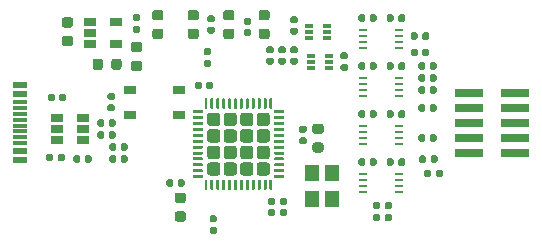
<source format=gbr>
%TF.GenerationSoftware,KiCad,Pcbnew,(5.1.6-rc1)*%
%TF.CreationDate,2020-08-04T22:03:52+02:00*%
%TF.ProjectId,bmp22,626d7032-322e-46b6-9963-61645f706362,rev?*%
%TF.SameCoordinates,Original*%
%TF.FileFunction,Paste,Top*%
%TF.FilePolarity,Positive*%
%FSLAX46Y46*%
G04 Gerber Fmt 4.6, Leading zero omitted, Abs format (unit mm)*
G04 Created by KiCad (PCBNEW (5.1.6-rc1)) date 2020-08-04 22:03:52*
%MOMM*%
%LPD*%
G01*
G04 APERTURE LIST*
%ADD10R,1.050000X0.650000*%
%ADD11R,1.200000X1.400000*%
%ADD12R,1.060000X0.650000*%
%ADD13R,0.750000X0.250000*%
%ADD14R,0.700000X0.400000*%
%ADD15R,1.160000X0.600000*%
%ADD16R,1.160000X0.300000*%
%ADD17R,2.400000X0.740000*%
G04 APERTURE END LIST*
D10*
%TO.C,SW301*%
X135339000Y-127195000D03*
X139489000Y-127195000D03*
X135339000Y-129345000D03*
X139489000Y-129345000D03*
%TD*%
D11*
%TO.C,Y301*%
X150788000Y-136482000D03*
X150788000Y-134282000D03*
X152488000Y-134282000D03*
X152488000Y-136482000D03*
%TD*%
%TO.C,U302*%
G36*
G01*
X142991000Y-129411000D02*
X142991000Y-130041000D01*
G75*
G02*
X142741000Y-130291000I-250000J0D01*
G01*
X142111000Y-130291000D01*
G75*
G02*
X141861000Y-130041000I0J250000D01*
G01*
X141861000Y-129411000D01*
G75*
G02*
X142111000Y-129161000I250000J0D01*
G01*
X142741000Y-129161000D01*
G75*
G02*
X142991000Y-129411000I0J-250000D01*
G01*
G37*
G36*
G01*
X142991000Y-130811000D02*
X142991000Y-131441000D01*
G75*
G02*
X142741000Y-131691000I-250000J0D01*
G01*
X142111000Y-131691000D01*
G75*
G02*
X141861000Y-131441000I0J250000D01*
G01*
X141861000Y-130811000D01*
G75*
G02*
X142111000Y-130561000I250000J0D01*
G01*
X142741000Y-130561000D01*
G75*
G02*
X142991000Y-130811000I0J-250000D01*
G01*
G37*
G36*
G01*
X142991000Y-132211000D02*
X142991000Y-132841000D01*
G75*
G02*
X142741000Y-133091000I-250000J0D01*
G01*
X142111000Y-133091000D01*
G75*
G02*
X141861000Y-132841000I0J250000D01*
G01*
X141861000Y-132211000D01*
G75*
G02*
X142111000Y-131961000I250000J0D01*
G01*
X142741000Y-131961000D01*
G75*
G02*
X142991000Y-132211000I0J-250000D01*
G01*
G37*
G36*
G01*
X142991000Y-133611000D02*
X142991000Y-134241000D01*
G75*
G02*
X142741000Y-134491000I-250000J0D01*
G01*
X142111000Y-134491000D01*
G75*
G02*
X141861000Y-134241000I0J250000D01*
G01*
X141861000Y-133611000D01*
G75*
G02*
X142111000Y-133361000I250000J0D01*
G01*
X142741000Y-133361000D01*
G75*
G02*
X142991000Y-133611000I0J-250000D01*
G01*
G37*
G36*
G01*
X144391000Y-129411000D02*
X144391000Y-130041000D01*
G75*
G02*
X144141000Y-130291000I-250000J0D01*
G01*
X143511000Y-130291000D01*
G75*
G02*
X143261000Y-130041000I0J250000D01*
G01*
X143261000Y-129411000D01*
G75*
G02*
X143511000Y-129161000I250000J0D01*
G01*
X144141000Y-129161000D01*
G75*
G02*
X144391000Y-129411000I0J-250000D01*
G01*
G37*
G36*
G01*
X144391000Y-130811000D02*
X144391000Y-131441000D01*
G75*
G02*
X144141000Y-131691000I-250000J0D01*
G01*
X143511000Y-131691000D01*
G75*
G02*
X143261000Y-131441000I0J250000D01*
G01*
X143261000Y-130811000D01*
G75*
G02*
X143511000Y-130561000I250000J0D01*
G01*
X144141000Y-130561000D01*
G75*
G02*
X144391000Y-130811000I0J-250000D01*
G01*
G37*
G36*
G01*
X144391000Y-132211000D02*
X144391000Y-132841000D01*
G75*
G02*
X144141000Y-133091000I-250000J0D01*
G01*
X143511000Y-133091000D01*
G75*
G02*
X143261000Y-132841000I0J250000D01*
G01*
X143261000Y-132211000D01*
G75*
G02*
X143511000Y-131961000I250000J0D01*
G01*
X144141000Y-131961000D01*
G75*
G02*
X144391000Y-132211000I0J-250000D01*
G01*
G37*
G36*
G01*
X144391000Y-133611000D02*
X144391000Y-134241000D01*
G75*
G02*
X144141000Y-134491000I-250000J0D01*
G01*
X143511000Y-134491000D01*
G75*
G02*
X143261000Y-134241000I0J250000D01*
G01*
X143261000Y-133611000D01*
G75*
G02*
X143511000Y-133361000I250000J0D01*
G01*
X144141000Y-133361000D01*
G75*
G02*
X144391000Y-133611000I0J-250000D01*
G01*
G37*
G36*
G01*
X145791000Y-129411000D02*
X145791000Y-130041000D01*
G75*
G02*
X145541000Y-130291000I-250000J0D01*
G01*
X144911000Y-130291000D01*
G75*
G02*
X144661000Y-130041000I0J250000D01*
G01*
X144661000Y-129411000D01*
G75*
G02*
X144911000Y-129161000I250000J0D01*
G01*
X145541000Y-129161000D01*
G75*
G02*
X145791000Y-129411000I0J-250000D01*
G01*
G37*
G36*
G01*
X145791000Y-130811000D02*
X145791000Y-131441000D01*
G75*
G02*
X145541000Y-131691000I-250000J0D01*
G01*
X144911000Y-131691000D01*
G75*
G02*
X144661000Y-131441000I0J250000D01*
G01*
X144661000Y-130811000D01*
G75*
G02*
X144911000Y-130561000I250000J0D01*
G01*
X145541000Y-130561000D01*
G75*
G02*
X145791000Y-130811000I0J-250000D01*
G01*
G37*
G36*
G01*
X145791000Y-132211000D02*
X145791000Y-132841000D01*
G75*
G02*
X145541000Y-133091000I-250000J0D01*
G01*
X144911000Y-133091000D01*
G75*
G02*
X144661000Y-132841000I0J250000D01*
G01*
X144661000Y-132211000D01*
G75*
G02*
X144911000Y-131961000I250000J0D01*
G01*
X145541000Y-131961000D01*
G75*
G02*
X145791000Y-132211000I0J-250000D01*
G01*
G37*
G36*
G01*
X145791000Y-133611000D02*
X145791000Y-134241000D01*
G75*
G02*
X145541000Y-134491000I-250000J0D01*
G01*
X144911000Y-134491000D01*
G75*
G02*
X144661000Y-134241000I0J250000D01*
G01*
X144661000Y-133611000D01*
G75*
G02*
X144911000Y-133361000I250000J0D01*
G01*
X145541000Y-133361000D01*
G75*
G02*
X145791000Y-133611000I0J-250000D01*
G01*
G37*
G36*
G01*
X147191000Y-129411000D02*
X147191000Y-130041000D01*
G75*
G02*
X146941000Y-130291000I-250000J0D01*
G01*
X146311000Y-130291000D01*
G75*
G02*
X146061000Y-130041000I0J250000D01*
G01*
X146061000Y-129411000D01*
G75*
G02*
X146311000Y-129161000I250000J0D01*
G01*
X146941000Y-129161000D01*
G75*
G02*
X147191000Y-129411000I0J-250000D01*
G01*
G37*
G36*
G01*
X147191000Y-130811000D02*
X147191000Y-131441000D01*
G75*
G02*
X146941000Y-131691000I-250000J0D01*
G01*
X146311000Y-131691000D01*
G75*
G02*
X146061000Y-131441000I0J250000D01*
G01*
X146061000Y-130811000D01*
G75*
G02*
X146311000Y-130561000I250000J0D01*
G01*
X146941000Y-130561000D01*
G75*
G02*
X147191000Y-130811000I0J-250000D01*
G01*
G37*
G36*
G01*
X147191000Y-132211000D02*
X147191000Y-132841000D01*
G75*
G02*
X146941000Y-133091000I-250000J0D01*
G01*
X146311000Y-133091000D01*
G75*
G02*
X146061000Y-132841000I0J250000D01*
G01*
X146061000Y-132211000D01*
G75*
G02*
X146311000Y-131961000I250000J0D01*
G01*
X146941000Y-131961000D01*
G75*
G02*
X147191000Y-132211000I0J-250000D01*
G01*
G37*
G36*
G01*
X147191000Y-133611000D02*
X147191000Y-134241000D01*
G75*
G02*
X146941000Y-134491000I-250000J0D01*
G01*
X146311000Y-134491000D01*
G75*
G02*
X146061000Y-134241000I0J250000D01*
G01*
X146061000Y-133611000D01*
G75*
G02*
X146311000Y-133361000I250000J0D01*
G01*
X146941000Y-133361000D01*
G75*
G02*
X147191000Y-133611000I0J-250000D01*
G01*
G37*
G36*
G01*
X147401000Y-134888500D02*
X147401000Y-135638500D01*
G75*
G02*
X147338500Y-135701000I-62500J0D01*
G01*
X147213500Y-135701000D01*
G75*
G02*
X147151000Y-135638500I0J62500D01*
G01*
X147151000Y-134888500D01*
G75*
G02*
X147213500Y-134826000I62500J0D01*
G01*
X147338500Y-134826000D01*
G75*
G02*
X147401000Y-134888500I0J-62500D01*
G01*
G37*
G36*
G01*
X146901000Y-134888500D02*
X146901000Y-135638500D01*
G75*
G02*
X146838500Y-135701000I-62500J0D01*
G01*
X146713500Y-135701000D01*
G75*
G02*
X146651000Y-135638500I0J62500D01*
G01*
X146651000Y-134888500D01*
G75*
G02*
X146713500Y-134826000I62500J0D01*
G01*
X146838500Y-134826000D01*
G75*
G02*
X146901000Y-134888500I0J-62500D01*
G01*
G37*
G36*
G01*
X146401000Y-134888500D02*
X146401000Y-135638500D01*
G75*
G02*
X146338500Y-135701000I-62500J0D01*
G01*
X146213500Y-135701000D01*
G75*
G02*
X146151000Y-135638500I0J62500D01*
G01*
X146151000Y-134888500D01*
G75*
G02*
X146213500Y-134826000I62500J0D01*
G01*
X146338500Y-134826000D01*
G75*
G02*
X146401000Y-134888500I0J-62500D01*
G01*
G37*
G36*
G01*
X145901000Y-134888500D02*
X145901000Y-135638500D01*
G75*
G02*
X145838500Y-135701000I-62500J0D01*
G01*
X145713500Y-135701000D01*
G75*
G02*
X145651000Y-135638500I0J62500D01*
G01*
X145651000Y-134888500D01*
G75*
G02*
X145713500Y-134826000I62500J0D01*
G01*
X145838500Y-134826000D01*
G75*
G02*
X145901000Y-134888500I0J-62500D01*
G01*
G37*
G36*
G01*
X145401000Y-134888500D02*
X145401000Y-135638500D01*
G75*
G02*
X145338500Y-135701000I-62500J0D01*
G01*
X145213500Y-135701000D01*
G75*
G02*
X145151000Y-135638500I0J62500D01*
G01*
X145151000Y-134888500D01*
G75*
G02*
X145213500Y-134826000I62500J0D01*
G01*
X145338500Y-134826000D01*
G75*
G02*
X145401000Y-134888500I0J-62500D01*
G01*
G37*
G36*
G01*
X144901000Y-134888500D02*
X144901000Y-135638500D01*
G75*
G02*
X144838500Y-135701000I-62500J0D01*
G01*
X144713500Y-135701000D01*
G75*
G02*
X144651000Y-135638500I0J62500D01*
G01*
X144651000Y-134888500D01*
G75*
G02*
X144713500Y-134826000I62500J0D01*
G01*
X144838500Y-134826000D01*
G75*
G02*
X144901000Y-134888500I0J-62500D01*
G01*
G37*
G36*
G01*
X144401000Y-134888500D02*
X144401000Y-135638500D01*
G75*
G02*
X144338500Y-135701000I-62500J0D01*
G01*
X144213500Y-135701000D01*
G75*
G02*
X144151000Y-135638500I0J62500D01*
G01*
X144151000Y-134888500D01*
G75*
G02*
X144213500Y-134826000I62500J0D01*
G01*
X144338500Y-134826000D01*
G75*
G02*
X144401000Y-134888500I0J-62500D01*
G01*
G37*
G36*
G01*
X143901000Y-134888500D02*
X143901000Y-135638500D01*
G75*
G02*
X143838500Y-135701000I-62500J0D01*
G01*
X143713500Y-135701000D01*
G75*
G02*
X143651000Y-135638500I0J62500D01*
G01*
X143651000Y-134888500D01*
G75*
G02*
X143713500Y-134826000I62500J0D01*
G01*
X143838500Y-134826000D01*
G75*
G02*
X143901000Y-134888500I0J-62500D01*
G01*
G37*
G36*
G01*
X143401000Y-134888500D02*
X143401000Y-135638500D01*
G75*
G02*
X143338500Y-135701000I-62500J0D01*
G01*
X143213500Y-135701000D01*
G75*
G02*
X143151000Y-135638500I0J62500D01*
G01*
X143151000Y-134888500D01*
G75*
G02*
X143213500Y-134826000I62500J0D01*
G01*
X143338500Y-134826000D01*
G75*
G02*
X143401000Y-134888500I0J-62500D01*
G01*
G37*
G36*
G01*
X142901000Y-134888500D02*
X142901000Y-135638500D01*
G75*
G02*
X142838500Y-135701000I-62500J0D01*
G01*
X142713500Y-135701000D01*
G75*
G02*
X142651000Y-135638500I0J62500D01*
G01*
X142651000Y-134888500D01*
G75*
G02*
X142713500Y-134826000I62500J0D01*
G01*
X142838500Y-134826000D01*
G75*
G02*
X142901000Y-134888500I0J-62500D01*
G01*
G37*
G36*
G01*
X142401000Y-134888500D02*
X142401000Y-135638500D01*
G75*
G02*
X142338500Y-135701000I-62500J0D01*
G01*
X142213500Y-135701000D01*
G75*
G02*
X142151000Y-135638500I0J62500D01*
G01*
X142151000Y-134888500D01*
G75*
G02*
X142213500Y-134826000I62500J0D01*
G01*
X142338500Y-134826000D01*
G75*
G02*
X142401000Y-134888500I0J-62500D01*
G01*
G37*
G36*
G01*
X141901000Y-134888500D02*
X141901000Y-135638500D01*
G75*
G02*
X141838500Y-135701000I-62500J0D01*
G01*
X141713500Y-135701000D01*
G75*
G02*
X141651000Y-135638500I0J62500D01*
G01*
X141651000Y-134888500D01*
G75*
G02*
X141713500Y-134826000I62500J0D01*
G01*
X141838500Y-134826000D01*
G75*
G02*
X141901000Y-134888500I0J-62500D01*
G01*
G37*
G36*
G01*
X141526000Y-134513500D02*
X141526000Y-134638500D01*
G75*
G02*
X141463500Y-134701000I-62500J0D01*
G01*
X140713500Y-134701000D01*
G75*
G02*
X140651000Y-134638500I0J62500D01*
G01*
X140651000Y-134513500D01*
G75*
G02*
X140713500Y-134451000I62500J0D01*
G01*
X141463500Y-134451000D01*
G75*
G02*
X141526000Y-134513500I0J-62500D01*
G01*
G37*
G36*
G01*
X141526000Y-134013500D02*
X141526000Y-134138500D01*
G75*
G02*
X141463500Y-134201000I-62500J0D01*
G01*
X140713500Y-134201000D01*
G75*
G02*
X140651000Y-134138500I0J62500D01*
G01*
X140651000Y-134013500D01*
G75*
G02*
X140713500Y-133951000I62500J0D01*
G01*
X141463500Y-133951000D01*
G75*
G02*
X141526000Y-134013500I0J-62500D01*
G01*
G37*
G36*
G01*
X141526000Y-133513500D02*
X141526000Y-133638500D01*
G75*
G02*
X141463500Y-133701000I-62500J0D01*
G01*
X140713500Y-133701000D01*
G75*
G02*
X140651000Y-133638500I0J62500D01*
G01*
X140651000Y-133513500D01*
G75*
G02*
X140713500Y-133451000I62500J0D01*
G01*
X141463500Y-133451000D01*
G75*
G02*
X141526000Y-133513500I0J-62500D01*
G01*
G37*
G36*
G01*
X141526000Y-133013500D02*
X141526000Y-133138500D01*
G75*
G02*
X141463500Y-133201000I-62500J0D01*
G01*
X140713500Y-133201000D01*
G75*
G02*
X140651000Y-133138500I0J62500D01*
G01*
X140651000Y-133013500D01*
G75*
G02*
X140713500Y-132951000I62500J0D01*
G01*
X141463500Y-132951000D01*
G75*
G02*
X141526000Y-133013500I0J-62500D01*
G01*
G37*
G36*
G01*
X141526000Y-132513500D02*
X141526000Y-132638500D01*
G75*
G02*
X141463500Y-132701000I-62500J0D01*
G01*
X140713500Y-132701000D01*
G75*
G02*
X140651000Y-132638500I0J62500D01*
G01*
X140651000Y-132513500D01*
G75*
G02*
X140713500Y-132451000I62500J0D01*
G01*
X141463500Y-132451000D01*
G75*
G02*
X141526000Y-132513500I0J-62500D01*
G01*
G37*
G36*
G01*
X141526000Y-132013500D02*
X141526000Y-132138500D01*
G75*
G02*
X141463500Y-132201000I-62500J0D01*
G01*
X140713500Y-132201000D01*
G75*
G02*
X140651000Y-132138500I0J62500D01*
G01*
X140651000Y-132013500D01*
G75*
G02*
X140713500Y-131951000I62500J0D01*
G01*
X141463500Y-131951000D01*
G75*
G02*
X141526000Y-132013500I0J-62500D01*
G01*
G37*
G36*
G01*
X141526000Y-131513500D02*
X141526000Y-131638500D01*
G75*
G02*
X141463500Y-131701000I-62500J0D01*
G01*
X140713500Y-131701000D01*
G75*
G02*
X140651000Y-131638500I0J62500D01*
G01*
X140651000Y-131513500D01*
G75*
G02*
X140713500Y-131451000I62500J0D01*
G01*
X141463500Y-131451000D01*
G75*
G02*
X141526000Y-131513500I0J-62500D01*
G01*
G37*
G36*
G01*
X141526000Y-131013500D02*
X141526000Y-131138500D01*
G75*
G02*
X141463500Y-131201000I-62500J0D01*
G01*
X140713500Y-131201000D01*
G75*
G02*
X140651000Y-131138500I0J62500D01*
G01*
X140651000Y-131013500D01*
G75*
G02*
X140713500Y-130951000I62500J0D01*
G01*
X141463500Y-130951000D01*
G75*
G02*
X141526000Y-131013500I0J-62500D01*
G01*
G37*
G36*
G01*
X141526000Y-130513500D02*
X141526000Y-130638500D01*
G75*
G02*
X141463500Y-130701000I-62500J0D01*
G01*
X140713500Y-130701000D01*
G75*
G02*
X140651000Y-130638500I0J62500D01*
G01*
X140651000Y-130513500D01*
G75*
G02*
X140713500Y-130451000I62500J0D01*
G01*
X141463500Y-130451000D01*
G75*
G02*
X141526000Y-130513500I0J-62500D01*
G01*
G37*
G36*
G01*
X141526000Y-130013500D02*
X141526000Y-130138500D01*
G75*
G02*
X141463500Y-130201000I-62500J0D01*
G01*
X140713500Y-130201000D01*
G75*
G02*
X140651000Y-130138500I0J62500D01*
G01*
X140651000Y-130013500D01*
G75*
G02*
X140713500Y-129951000I62500J0D01*
G01*
X141463500Y-129951000D01*
G75*
G02*
X141526000Y-130013500I0J-62500D01*
G01*
G37*
G36*
G01*
X141526000Y-129513500D02*
X141526000Y-129638500D01*
G75*
G02*
X141463500Y-129701000I-62500J0D01*
G01*
X140713500Y-129701000D01*
G75*
G02*
X140651000Y-129638500I0J62500D01*
G01*
X140651000Y-129513500D01*
G75*
G02*
X140713500Y-129451000I62500J0D01*
G01*
X141463500Y-129451000D01*
G75*
G02*
X141526000Y-129513500I0J-62500D01*
G01*
G37*
G36*
G01*
X141526000Y-129013500D02*
X141526000Y-129138500D01*
G75*
G02*
X141463500Y-129201000I-62500J0D01*
G01*
X140713500Y-129201000D01*
G75*
G02*
X140651000Y-129138500I0J62500D01*
G01*
X140651000Y-129013500D01*
G75*
G02*
X140713500Y-128951000I62500J0D01*
G01*
X141463500Y-128951000D01*
G75*
G02*
X141526000Y-129013500I0J-62500D01*
G01*
G37*
G36*
G01*
X141901000Y-128013500D02*
X141901000Y-128763500D01*
G75*
G02*
X141838500Y-128826000I-62500J0D01*
G01*
X141713500Y-128826000D01*
G75*
G02*
X141651000Y-128763500I0J62500D01*
G01*
X141651000Y-128013500D01*
G75*
G02*
X141713500Y-127951000I62500J0D01*
G01*
X141838500Y-127951000D01*
G75*
G02*
X141901000Y-128013500I0J-62500D01*
G01*
G37*
G36*
G01*
X142401000Y-128013500D02*
X142401000Y-128763500D01*
G75*
G02*
X142338500Y-128826000I-62500J0D01*
G01*
X142213500Y-128826000D01*
G75*
G02*
X142151000Y-128763500I0J62500D01*
G01*
X142151000Y-128013500D01*
G75*
G02*
X142213500Y-127951000I62500J0D01*
G01*
X142338500Y-127951000D01*
G75*
G02*
X142401000Y-128013500I0J-62500D01*
G01*
G37*
G36*
G01*
X142901000Y-128013500D02*
X142901000Y-128763500D01*
G75*
G02*
X142838500Y-128826000I-62500J0D01*
G01*
X142713500Y-128826000D01*
G75*
G02*
X142651000Y-128763500I0J62500D01*
G01*
X142651000Y-128013500D01*
G75*
G02*
X142713500Y-127951000I62500J0D01*
G01*
X142838500Y-127951000D01*
G75*
G02*
X142901000Y-128013500I0J-62500D01*
G01*
G37*
G36*
G01*
X143401000Y-128013500D02*
X143401000Y-128763500D01*
G75*
G02*
X143338500Y-128826000I-62500J0D01*
G01*
X143213500Y-128826000D01*
G75*
G02*
X143151000Y-128763500I0J62500D01*
G01*
X143151000Y-128013500D01*
G75*
G02*
X143213500Y-127951000I62500J0D01*
G01*
X143338500Y-127951000D01*
G75*
G02*
X143401000Y-128013500I0J-62500D01*
G01*
G37*
G36*
G01*
X143901000Y-128013500D02*
X143901000Y-128763500D01*
G75*
G02*
X143838500Y-128826000I-62500J0D01*
G01*
X143713500Y-128826000D01*
G75*
G02*
X143651000Y-128763500I0J62500D01*
G01*
X143651000Y-128013500D01*
G75*
G02*
X143713500Y-127951000I62500J0D01*
G01*
X143838500Y-127951000D01*
G75*
G02*
X143901000Y-128013500I0J-62500D01*
G01*
G37*
G36*
G01*
X144401000Y-128013500D02*
X144401000Y-128763500D01*
G75*
G02*
X144338500Y-128826000I-62500J0D01*
G01*
X144213500Y-128826000D01*
G75*
G02*
X144151000Y-128763500I0J62500D01*
G01*
X144151000Y-128013500D01*
G75*
G02*
X144213500Y-127951000I62500J0D01*
G01*
X144338500Y-127951000D01*
G75*
G02*
X144401000Y-128013500I0J-62500D01*
G01*
G37*
G36*
G01*
X144901000Y-128013500D02*
X144901000Y-128763500D01*
G75*
G02*
X144838500Y-128826000I-62500J0D01*
G01*
X144713500Y-128826000D01*
G75*
G02*
X144651000Y-128763500I0J62500D01*
G01*
X144651000Y-128013500D01*
G75*
G02*
X144713500Y-127951000I62500J0D01*
G01*
X144838500Y-127951000D01*
G75*
G02*
X144901000Y-128013500I0J-62500D01*
G01*
G37*
G36*
G01*
X145401000Y-128013500D02*
X145401000Y-128763500D01*
G75*
G02*
X145338500Y-128826000I-62500J0D01*
G01*
X145213500Y-128826000D01*
G75*
G02*
X145151000Y-128763500I0J62500D01*
G01*
X145151000Y-128013500D01*
G75*
G02*
X145213500Y-127951000I62500J0D01*
G01*
X145338500Y-127951000D01*
G75*
G02*
X145401000Y-128013500I0J-62500D01*
G01*
G37*
G36*
G01*
X145901000Y-128013500D02*
X145901000Y-128763500D01*
G75*
G02*
X145838500Y-128826000I-62500J0D01*
G01*
X145713500Y-128826000D01*
G75*
G02*
X145651000Y-128763500I0J62500D01*
G01*
X145651000Y-128013500D01*
G75*
G02*
X145713500Y-127951000I62500J0D01*
G01*
X145838500Y-127951000D01*
G75*
G02*
X145901000Y-128013500I0J-62500D01*
G01*
G37*
G36*
G01*
X146401000Y-128013500D02*
X146401000Y-128763500D01*
G75*
G02*
X146338500Y-128826000I-62500J0D01*
G01*
X146213500Y-128826000D01*
G75*
G02*
X146151000Y-128763500I0J62500D01*
G01*
X146151000Y-128013500D01*
G75*
G02*
X146213500Y-127951000I62500J0D01*
G01*
X146338500Y-127951000D01*
G75*
G02*
X146401000Y-128013500I0J-62500D01*
G01*
G37*
G36*
G01*
X146901000Y-128013500D02*
X146901000Y-128763500D01*
G75*
G02*
X146838500Y-128826000I-62500J0D01*
G01*
X146713500Y-128826000D01*
G75*
G02*
X146651000Y-128763500I0J62500D01*
G01*
X146651000Y-128013500D01*
G75*
G02*
X146713500Y-127951000I62500J0D01*
G01*
X146838500Y-127951000D01*
G75*
G02*
X146901000Y-128013500I0J-62500D01*
G01*
G37*
G36*
G01*
X147401000Y-128013500D02*
X147401000Y-128763500D01*
G75*
G02*
X147338500Y-128826000I-62500J0D01*
G01*
X147213500Y-128826000D01*
G75*
G02*
X147151000Y-128763500I0J62500D01*
G01*
X147151000Y-128013500D01*
G75*
G02*
X147213500Y-127951000I62500J0D01*
G01*
X147338500Y-127951000D01*
G75*
G02*
X147401000Y-128013500I0J-62500D01*
G01*
G37*
G36*
G01*
X148401000Y-129013500D02*
X148401000Y-129138500D01*
G75*
G02*
X148338500Y-129201000I-62500J0D01*
G01*
X147588500Y-129201000D01*
G75*
G02*
X147526000Y-129138500I0J62500D01*
G01*
X147526000Y-129013500D01*
G75*
G02*
X147588500Y-128951000I62500J0D01*
G01*
X148338500Y-128951000D01*
G75*
G02*
X148401000Y-129013500I0J-62500D01*
G01*
G37*
G36*
G01*
X148401000Y-129513500D02*
X148401000Y-129638500D01*
G75*
G02*
X148338500Y-129701000I-62500J0D01*
G01*
X147588500Y-129701000D01*
G75*
G02*
X147526000Y-129638500I0J62500D01*
G01*
X147526000Y-129513500D01*
G75*
G02*
X147588500Y-129451000I62500J0D01*
G01*
X148338500Y-129451000D01*
G75*
G02*
X148401000Y-129513500I0J-62500D01*
G01*
G37*
G36*
G01*
X148401000Y-130013500D02*
X148401000Y-130138500D01*
G75*
G02*
X148338500Y-130201000I-62500J0D01*
G01*
X147588500Y-130201000D01*
G75*
G02*
X147526000Y-130138500I0J62500D01*
G01*
X147526000Y-130013500D01*
G75*
G02*
X147588500Y-129951000I62500J0D01*
G01*
X148338500Y-129951000D01*
G75*
G02*
X148401000Y-130013500I0J-62500D01*
G01*
G37*
G36*
G01*
X148401000Y-130513500D02*
X148401000Y-130638500D01*
G75*
G02*
X148338500Y-130701000I-62500J0D01*
G01*
X147588500Y-130701000D01*
G75*
G02*
X147526000Y-130638500I0J62500D01*
G01*
X147526000Y-130513500D01*
G75*
G02*
X147588500Y-130451000I62500J0D01*
G01*
X148338500Y-130451000D01*
G75*
G02*
X148401000Y-130513500I0J-62500D01*
G01*
G37*
G36*
G01*
X148401000Y-131013500D02*
X148401000Y-131138500D01*
G75*
G02*
X148338500Y-131201000I-62500J0D01*
G01*
X147588500Y-131201000D01*
G75*
G02*
X147526000Y-131138500I0J62500D01*
G01*
X147526000Y-131013500D01*
G75*
G02*
X147588500Y-130951000I62500J0D01*
G01*
X148338500Y-130951000D01*
G75*
G02*
X148401000Y-131013500I0J-62500D01*
G01*
G37*
G36*
G01*
X148401000Y-131513500D02*
X148401000Y-131638500D01*
G75*
G02*
X148338500Y-131701000I-62500J0D01*
G01*
X147588500Y-131701000D01*
G75*
G02*
X147526000Y-131638500I0J62500D01*
G01*
X147526000Y-131513500D01*
G75*
G02*
X147588500Y-131451000I62500J0D01*
G01*
X148338500Y-131451000D01*
G75*
G02*
X148401000Y-131513500I0J-62500D01*
G01*
G37*
G36*
G01*
X148401000Y-132013500D02*
X148401000Y-132138500D01*
G75*
G02*
X148338500Y-132201000I-62500J0D01*
G01*
X147588500Y-132201000D01*
G75*
G02*
X147526000Y-132138500I0J62500D01*
G01*
X147526000Y-132013500D01*
G75*
G02*
X147588500Y-131951000I62500J0D01*
G01*
X148338500Y-131951000D01*
G75*
G02*
X148401000Y-132013500I0J-62500D01*
G01*
G37*
G36*
G01*
X148401000Y-132513500D02*
X148401000Y-132638500D01*
G75*
G02*
X148338500Y-132701000I-62500J0D01*
G01*
X147588500Y-132701000D01*
G75*
G02*
X147526000Y-132638500I0J62500D01*
G01*
X147526000Y-132513500D01*
G75*
G02*
X147588500Y-132451000I62500J0D01*
G01*
X148338500Y-132451000D01*
G75*
G02*
X148401000Y-132513500I0J-62500D01*
G01*
G37*
G36*
G01*
X148401000Y-133013500D02*
X148401000Y-133138500D01*
G75*
G02*
X148338500Y-133201000I-62500J0D01*
G01*
X147588500Y-133201000D01*
G75*
G02*
X147526000Y-133138500I0J62500D01*
G01*
X147526000Y-133013500D01*
G75*
G02*
X147588500Y-132951000I62500J0D01*
G01*
X148338500Y-132951000D01*
G75*
G02*
X148401000Y-133013500I0J-62500D01*
G01*
G37*
G36*
G01*
X148401000Y-133513500D02*
X148401000Y-133638500D01*
G75*
G02*
X148338500Y-133701000I-62500J0D01*
G01*
X147588500Y-133701000D01*
G75*
G02*
X147526000Y-133638500I0J62500D01*
G01*
X147526000Y-133513500D01*
G75*
G02*
X147588500Y-133451000I62500J0D01*
G01*
X148338500Y-133451000D01*
G75*
G02*
X148401000Y-133513500I0J-62500D01*
G01*
G37*
G36*
G01*
X148401000Y-134013500D02*
X148401000Y-134138500D01*
G75*
G02*
X148338500Y-134201000I-62500J0D01*
G01*
X147588500Y-134201000D01*
G75*
G02*
X147526000Y-134138500I0J62500D01*
G01*
X147526000Y-134013500D01*
G75*
G02*
X147588500Y-133951000I62500J0D01*
G01*
X148338500Y-133951000D01*
G75*
G02*
X148401000Y-134013500I0J-62500D01*
G01*
G37*
G36*
G01*
X148401000Y-134513500D02*
X148401000Y-134638500D01*
G75*
G02*
X148338500Y-134701000I-62500J0D01*
G01*
X147588500Y-134701000D01*
G75*
G02*
X147526000Y-134638500I0J62500D01*
G01*
X147526000Y-134513500D01*
G75*
G02*
X147588500Y-134451000I62500J0D01*
G01*
X148338500Y-134451000D01*
G75*
G02*
X148401000Y-134513500I0J-62500D01*
G01*
G37*
%TD*%
D12*
%TO.C,U301*%
X129202000Y-130556000D03*
X129202000Y-131506000D03*
X129202000Y-129606000D03*
X131402000Y-129606000D03*
X131402000Y-130556000D03*
X131402000Y-131506000D03*
%TD*%
D13*
%TO.C,U204*%
X158141000Y-130314000D03*
X158141000Y-130814000D03*
X158141000Y-131314000D03*
X158141000Y-131814000D03*
X155041000Y-131814000D03*
X155041000Y-131314000D03*
X155041000Y-130814000D03*
X155041000Y-130314000D03*
%TD*%
%TO.C,U203*%
X158141000Y-134378000D03*
X158141000Y-134878000D03*
X158141000Y-135378000D03*
X158141000Y-135878000D03*
X155041000Y-135878000D03*
X155041000Y-135378000D03*
X155041000Y-134878000D03*
X155041000Y-134378000D03*
%TD*%
%TO.C,U202*%
X158141000Y-126250000D03*
X158141000Y-126750000D03*
X158141000Y-127250000D03*
X158141000Y-127750000D03*
X155041000Y-127750000D03*
X155041000Y-127250000D03*
X155041000Y-126750000D03*
X155041000Y-126250000D03*
%TD*%
%TO.C,U201*%
X158141000Y-122186000D03*
X158141000Y-122686000D03*
X158141000Y-123186000D03*
X158141000Y-123686000D03*
X155041000Y-123686000D03*
X155041000Y-123186000D03*
X155041000Y-122686000D03*
X155041000Y-122186000D03*
%TD*%
D12*
%TO.C,U101*%
X134196000Y-121478000D03*
X134196000Y-123378000D03*
X131996000Y-123378000D03*
X131996000Y-122428000D03*
X131996000Y-121478000D03*
%TD*%
%TO.C,R314*%
G36*
G01*
X142072500Y-124310000D02*
X141727500Y-124310000D01*
G75*
G02*
X141580000Y-124162500I0J147500D01*
G01*
X141580000Y-123867500D01*
G75*
G02*
X141727500Y-123720000I147500J0D01*
G01*
X142072500Y-123720000D01*
G75*
G02*
X142220000Y-123867500I0J-147500D01*
G01*
X142220000Y-124162500D01*
G75*
G02*
X142072500Y-124310000I-147500J0D01*
G01*
G37*
G36*
G01*
X142072500Y-125280000D02*
X141727500Y-125280000D01*
G75*
G02*
X141580000Y-125132500I0J147500D01*
G01*
X141580000Y-124837500D01*
G75*
G02*
X141727500Y-124690000I147500J0D01*
G01*
X142072500Y-124690000D01*
G75*
G02*
X142220000Y-124837500I0J-147500D01*
G01*
X142220000Y-125132500D01*
G75*
G02*
X142072500Y-125280000I-147500J0D01*
G01*
G37*
%TD*%
%TO.C,R313*%
G36*
G01*
X142372500Y-121510000D02*
X142027500Y-121510000D01*
G75*
G02*
X141880000Y-121362500I0J147500D01*
G01*
X141880000Y-121067500D01*
G75*
G02*
X142027500Y-120920000I147500J0D01*
G01*
X142372500Y-120920000D01*
G75*
G02*
X142520000Y-121067500I0J-147500D01*
G01*
X142520000Y-121362500D01*
G75*
G02*
X142372500Y-121510000I-147500J0D01*
G01*
G37*
G36*
G01*
X142372500Y-122480000D02*
X142027500Y-122480000D01*
G75*
G02*
X141880000Y-122332500I0J147500D01*
G01*
X141880000Y-122037500D01*
G75*
G02*
X142027500Y-121890000I147500J0D01*
G01*
X142372500Y-121890000D01*
G75*
G02*
X142520000Y-122037500I0J-147500D01*
G01*
X142520000Y-122332500D01*
G75*
G02*
X142372500Y-122480000I-147500J0D01*
G01*
G37*
%TD*%
%TO.C,R312*%
G36*
G01*
X145472500Y-121710000D02*
X145127500Y-121710000D01*
G75*
G02*
X144980000Y-121562500I0J147500D01*
G01*
X144980000Y-121267500D01*
G75*
G02*
X145127500Y-121120000I147500J0D01*
G01*
X145472500Y-121120000D01*
G75*
G02*
X145620000Y-121267500I0J-147500D01*
G01*
X145620000Y-121562500D01*
G75*
G02*
X145472500Y-121710000I-147500J0D01*
G01*
G37*
G36*
G01*
X145472500Y-122680000D02*
X145127500Y-122680000D01*
G75*
G02*
X144980000Y-122532500I0J147500D01*
G01*
X144980000Y-122237500D01*
G75*
G02*
X145127500Y-122090000I147500J0D01*
G01*
X145472500Y-122090000D01*
G75*
G02*
X145620000Y-122237500I0J-147500D01*
G01*
X145620000Y-122532500D01*
G75*
G02*
X145472500Y-122680000I-147500J0D01*
G01*
G37*
%TD*%
%TO.C,R311*%
G36*
G01*
X136072500Y-121410000D02*
X135727500Y-121410000D01*
G75*
G02*
X135580000Y-121262500I0J147500D01*
G01*
X135580000Y-120967500D01*
G75*
G02*
X135727500Y-120820000I147500J0D01*
G01*
X136072500Y-120820000D01*
G75*
G02*
X136220000Y-120967500I0J-147500D01*
G01*
X136220000Y-121262500D01*
G75*
G02*
X136072500Y-121410000I-147500J0D01*
G01*
G37*
G36*
G01*
X136072500Y-122380000D02*
X135727500Y-122380000D01*
G75*
G02*
X135580000Y-122232500I0J147500D01*
G01*
X135580000Y-121937500D01*
G75*
G02*
X135727500Y-121790000I147500J0D01*
G01*
X136072500Y-121790000D01*
G75*
G02*
X136220000Y-121937500I0J-147500D01*
G01*
X136220000Y-122232500D01*
G75*
G02*
X136072500Y-122380000I-147500J0D01*
G01*
G37*
%TD*%
%TO.C,R310*%
G36*
G01*
X133583900Y-128460000D02*
X133928900Y-128460000D01*
G75*
G02*
X134076400Y-128607500I0J-147500D01*
G01*
X134076400Y-128902500D01*
G75*
G02*
X133928900Y-129050000I-147500J0D01*
G01*
X133583900Y-129050000D01*
G75*
G02*
X133436400Y-128902500I0J147500D01*
G01*
X133436400Y-128607500D01*
G75*
G02*
X133583900Y-128460000I147500J0D01*
G01*
G37*
G36*
G01*
X133583900Y-127490000D02*
X133928900Y-127490000D01*
G75*
G02*
X134076400Y-127637500I0J-147500D01*
G01*
X134076400Y-127932500D01*
G75*
G02*
X133928900Y-128080000I-147500J0D01*
G01*
X133583900Y-128080000D01*
G75*
G02*
X133436400Y-127932500I0J147500D01*
G01*
X133436400Y-127637500D01*
G75*
G02*
X133583900Y-127490000I147500J0D01*
G01*
G37*
%TD*%
%TO.C,R309*%
G36*
G01*
X134556000Y-132252500D02*
X134556000Y-131907500D01*
G75*
G02*
X134703500Y-131760000I147500J0D01*
G01*
X134998500Y-131760000D01*
G75*
G02*
X135146000Y-131907500I0J-147500D01*
G01*
X135146000Y-132252500D01*
G75*
G02*
X134998500Y-132400000I-147500J0D01*
G01*
X134703500Y-132400000D01*
G75*
G02*
X134556000Y-132252500I0J147500D01*
G01*
G37*
G36*
G01*
X133586000Y-132252500D02*
X133586000Y-131907500D01*
G75*
G02*
X133733500Y-131760000I147500J0D01*
G01*
X134028500Y-131760000D01*
G75*
G02*
X134176000Y-131907500I0J-147500D01*
G01*
X134176000Y-132252500D01*
G75*
G02*
X134028500Y-132400000I-147500J0D01*
G01*
X133733500Y-132400000D01*
G75*
G02*
X133586000Y-132252500I0J147500D01*
G01*
G37*
%TD*%
%TO.C,R308*%
G36*
G01*
X134556000Y-133268500D02*
X134556000Y-132923500D01*
G75*
G02*
X134703500Y-132776000I147500J0D01*
G01*
X134998500Y-132776000D01*
G75*
G02*
X135146000Y-132923500I0J-147500D01*
G01*
X135146000Y-133268500D01*
G75*
G02*
X134998500Y-133416000I-147500J0D01*
G01*
X134703500Y-133416000D01*
G75*
G02*
X134556000Y-133268500I0J147500D01*
G01*
G37*
G36*
G01*
X133586000Y-133268500D02*
X133586000Y-132923500D01*
G75*
G02*
X133733500Y-132776000I147500J0D01*
G01*
X134028500Y-132776000D01*
G75*
G02*
X134176000Y-132923500I0J-147500D01*
G01*
X134176000Y-133268500D01*
G75*
G02*
X134028500Y-133416000I-147500J0D01*
G01*
X133733500Y-133416000D01*
G75*
G02*
X133586000Y-133268500I0J147500D01*
G01*
G37*
%TD*%
%TO.C,R307*%
G36*
G01*
X129349000Y-128061500D02*
X129349000Y-127716500D01*
G75*
G02*
X129496500Y-127569000I147500J0D01*
G01*
X129791500Y-127569000D01*
G75*
G02*
X129939000Y-127716500I0J-147500D01*
G01*
X129939000Y-128061500D01*
G75*
G02*
X129791500Y-128209000I-147500J0D01*
G01*
X129496500Y-128209000D01*
G75*
G02*
X129349000Y-128061500I0J147500D01*
G01*
G37*
G36*
G01*
X128379000Y-128061500D02*
X128379000Y-127716500D01*
G75*
G02*
X128526500Y-127569000I147500J0D01*
G01*
X128821500Y-127569000D01*
G75*
G02*
X128969000Y-127716500I0J-147500D01*
G01*
X128969000Y-128061500D01*
G75*
G02*
X128821500Y-128209000I-147500J0D01*
G01*
X128526500Y-128209000D01*
G75*
G02*
X128379000Y-128061500I0J147500D01*
G01*
G37*
%TD*%
%TO.C,R306*%
G36*
G01*
X129222000Y-133141500D02*
X129222000Y-132796500D01*
G75*
G02*
X129369500Y-132649000I147500J0D01*
G01*
X129664500Y-132649000D01*
G75*
G02*
X129812000Y-132796500I0J-147500D01*
G01*
X129812000Y-133141500D01*
G75*
G02*
X129664500Y-133289000I-147500J0D01*
G01*
X129369500Y-133289000D01*
G75*
G02*
X129222000Y-133141500I0J147500D01*
G01*
G37*
G36*
G01*
X128252000Y-133141500D02*
X128252000Y-132796500D01*
G75*
G02*
X128399500Y-132649000I147500J0D01*
G01*
X128694500Y-132649000D01*
G75*
G02*
X128842000Y-132796500I0J-147500D01*
G01*
X128842000Y-133141500D01*
G75*
G02*
X128694500Y-133289000I-147500J0D01*
G01*
X128399500Y-133289000D01*
G75*
G02*
X128252000Y-133141500I0J147500D01*
G01*
G37*
%TD*%
%TO.C,R305*%
G36*
G01*
X147365500Y-124143000D02*
X147020500Y-124143000D01*
G75*
G02*
X146873000Y-123995500I0J147500D01*
G01*
X146873000Y-123700500D01*
G75*
G02*
X147020500Y-123553000I147500J0D01*
G01*
X147365500Y-123553000D01*
G75*
G02*
X147513000Y-123700500I0J-147500D01*
G01*
X147513000Y-123995500D01*
G75*
G02*
X147365500Y-124143000I-147500J0D01*
G01*
G37*
G36*
G01*
X147365500Y-125113000D02*
X147020500Y-125113000D01*
G75*
G02*
X146873000Y-124965500I0J147500D01*
G01*
X146873000Y-124670500D01*
G75*
G02*
X147020500Y-124523000I147500J0D01*
G01*
X147365500Y-124523000D01*
G75*
G02*
X147513000Y-124670500I0J-147500D01*
G01*
X147513000Y-124965500D01*
G75*
G02*
X147365500Y-125113000I-147500J0D01*
G01*
G37*
%TD*%
%TO.C,R304*%
G36*
G01*
X149052500Y-124523000D02*
X149397500Y-124523000D01*
G75*
G02*
X149545000Y-124670500I0J-147500D01*
G01*
X149545000Y-124965500D01*
G75*
G02*
X149397500Y-125113000I-147500J0D01*
G01*
X149052500Y-125113000D01*
G75*
G02*
X148905000Y-124965500I0J147500D01*
G01*
X148905000Y-124670500D01*
G75*
G02*
X149052500Y-124523000I147500J0D01*
G01*
G37*
G36*
G01*
X149052500Y-123553000D02*
X149397500Y-123553000D01*
G75*
G02*
X149545000Y-123700500I0J-147500D01*
G01*
X149545000Y-123995500D01*
G75*
G02*
X149397500Y-124143000I-147500J0D01*
G01*
X149052500Y-124143000D01*
G75*
G02*
X148905000Y-123995500I0J147500D01*
G01*
X148905000Y-123700500D01*
G75*
G02*
X149052500Y-123553000I147500J0D01*
G01*
G37*
%TD*%
%TO.C,R303*%
G36*
G01*
X133160000Y-129875500D02*
X133160000Y-130220500D01*
G75*
G02*
X133012500Y-130368000I-147500J0D01*
G01*
X132717500Y-130368000D01*
G75*
G02*
X132570000Y-130220500I0J147500D01*
G01*
X132570000Y-129875500D01*
G75*
G02*
X132717500Y-129728000I147500J0D01*
G01*
X133012500Y-129728000D01*
G75*
G02*
X133160000Y-129875500I0J-147500D01*
G01*
G37*
G36*
G01*
X134130000Y-129875500D02*
X134130000Y-130220500D01*
G75*
G02*
X133982500Y-130368000I-147500J0D01*
G01*
X133687500Y-130368000D01*
G75*
G02*
X133540000Y-130220500I0J147500D01*
G01*
X133540000Y-129875500D01*
G75*
G02*
X133687500Y-129728000I147500J0D01*
G01*
X133982500Y-129728000D01*
G75*
G02*
X134130000Y-129875500I0J-147500D01*
G01*
G37*
%TD*%
%TO.C,R302*%
G36*
G01*
X131508000Y-133268500D02*
X131508000Y-132923500D01*
G75*
G02*
X131655500Y-132776000I147500J0D01*
G01*
X131950500Y-132776000D01*
G75*
G02*
X132098000Y-132923500I0J-147500D01*
G01*
X132098000Y-133268500D01*
G75*
G02*
X131950500Y-133416000I-147500J0D01*
G01*
X131655500Y-133416000D01*
G75*
G02*
X131508000Y-133268500I0J147500D01*
G01*
G37*
G36*
G01*
X130538000Y-133268500D02*
X130538000Y-132923500D01*
G75*
G02*
X130685500Y-132776000I147500J0D01*
G01*
X130980500Y-132776000D01*
G75*
G02*
X131128000Y-132923500I0J-147500D01*
G01*
X131128000Y-133268500D01*
G75*
G02*
X130980500Y-133416000I-147500J0D01*
G01*
X130685500Y-133416000D01*
G75*
G02*
X130538000Y-133268500I0J147500D01*
G01*
G37*
%TD*%
%TO.C,R301*%
G36*
G01*
X133160000Y-130891500D02*
X133160000Y-131236500D01*
G75*
G02*
X133012500Y-131384000I-147500J0D01*
G01*
X132717500Y-131384000D01*
G75*
G02*
X132570000Y-131236500I0J147500D01*
G01*
X132570000Y-130891500D01*
G75*
G02*
X132717500Y-130744000I147500J0D01*
G01*
X133012500Y-130744000D01*
G75*
G02*
X133160000Y-130891500I0J-147500D01*
G01*
G37*
G36*
G01*
X134130000Y-130891500D02*
X134130000Y-131236500D01*
G75*
G02*
X133982500Y-131384000I-147500J0D01*
G01*
X133687500Y-131384000D01*
G75*
G02*
X133540000Y-131236500I0J147500D01*
G01*
X133540000Y-130891500D01*
G75*
G02*
X133687500Y-130744000I147500J0D01*
G01*
X133982500Y-130744000D01*
G75*
G02*
X134130000Y-130891500I0J-147500D01*
G01*
G37*
%TD*%
%TO.C,R211*%
G36*
G01*
X153307000Y-125031000D02*
X153652000Y-125031000D01*
G75*
G02*
X153799500Y-125178500I0J-147500D01*
G01*
X153799500Y-125473500D01*
G75*
G02*
X153652000Y-125621000I-147500J0D01*
G01*
X153307000Y-125621000D01*
G75*
G02*
X153159500Y-125473500I0J147500D01*
G01*
X153159500Y-125178500D01*
G75*
G02*
X153307000Y-125031000I147500J0D01*
G01*
G37*
G36*
G01*
X153307000Y-124061000D02*
X153652000Y-124061000D01*
G75*
G02*
X153799500Y-124208500I0J-147500D01*
G01*
X153799500Y-124503500D01*
G75*
G02*
X153652000Y-124651000I-147500J0D01*
G01*
X153307000Y-124651000D01*
G75*
G02*
X153159500Y-124503500I0J147500D01*
G01*
X153159500Y-124208500D01*
G75*
G02*
X153307000Y-124061000I147500J0D01*
G01*
G37*
%TD*%
%TO.C,R210*%
G36*
G01*
X149052500Y-121983000D02*
X149397500Y-121983000D01*
G75*
G02*
X149545000Y-122130500I0J-147500D01*
G01*
X149545000Y-122425500D01*
G75*
G02*
X149397500Y-122573000I-147500J0D01*
G01*
X149052500Y-122573000D01*
G75*
G02*
X148905000Y-122425500I0J147500D01*
G01*
X148905000Y-122130500D01*
G75*
G02*
X149052500Y-121983000I147500J0D01*
G01*
G37*
G36*
G01*
X149052500Y-121013000D02*
X149397500Y-121013000D01*
G75*
G02*
X149545000Y-121160500I0J-147500D01*
G01*
X149545000Y-121455500D01*
G75*
G02*
X149397500Y-121603000I-147500J0D01*
G01*
X149052500Y-121603000D01*
G75*
G02*
X148905000Y-121455500I0J147500D01*
G01*
X148905000Y-121160500D01*
G75*
G02*
X149052500Y-121013000I147500J0D01*
G01*
G37*
%TD*%
%TO.C,R209*%
G36*
G01*
X160846000Y-134127500D02*
X160846000Y-134472500D01*
G75*
G02*
X160698500Y-134620000I-147500J0D01*
G01*
X160403500Y-134620000D01*
G75*
G02*
X160256000Y-134472500I0J147500D01*
G01*
X160256000Y-134127500D01*
G75*
G02*
X160403500Y-133980000I147500J0D01*
G01*
X160698500Y-133980000D01*
G75*
G02*
X160846000Y-134127500I0J-147500D01*
G01*
G37*
G36*
G01*
X161816000Y-134127500D02*
X161816000Y-134472500D01*
G75*
G02*
X161668500Y-134620000I-147500J0D01*
G01*
X161373500Y-134620000D01*
G75*
G02*
X161226000Y-134472500I0J147500D01*
G01*
X161226000Y-134127500D01*
G75*
G02*
X161373500Y-133980000I147500J0D01*
G01*
X161668500Y-133980000D01*
G75*
G02*
X161816000Y-134127500I0J-147500D01*
G01*
G37*
%TD*%
%TO.C,R208*%
G36*
G01*
X160338000Y-125049500D02*
X160338000Y-125394500D01*
G75*
G02*
X160190500Y-125542000I-147500J0D01*
G01*
X159895500Y-125542000D01*
G75*
G02*
X159748000Y-125394500I0J147500D01*
G01*
X159748000Y-125049500D01*
G75*
G02*
X159895500Y-124902000I147500J0D01*
G01*
X160190500Y-124902000D01*
G75*
G02*
X160338000Y-125049500I0J-147500D01*
G01*
G37*
G36*
G01*
X161308000Y-125049500D02*
X161308000Y-125394500D01*
G75*
G02*
X161160500Y-125542000I-147500J0D01*
G01*
X160865500Y-125542000D01*
G75*
G02*
X160718000Y-125394500I0J147500D01*
G01*
X160718000Y-125049500D01*
G75*
G02*
X160865500Y-124902000I147500J0D01*
G01*
X161160500Y-124902000D01*
G75*
G02*
X161308000Y-125049500I0J-147500D01*
G01*
G37*
%TD*%
%TO.C,R207*%
G36*
G01*
X159703000Y-122509500D02*
X159703000Y-122854500D01*
G75*
G02*
X159555500Y-123002000I-147500J0D01*
G01*
X159260500Y-123002000D01*
G75*
G02*
X159113000Y-122854500I0J147500D01*
G01*
X159113000Y-122509500D01*
G75*
G02*
X159260500Y-122362000I147500J0D01*
G01*
X159555500Y-122362000D01*
G75*
G02*
X159703000Y-122509500I0J-147500D01*
G01*
G37*
G36*
G01*
X160673000Y-122509500D02*
X160673000Y-122854500D01*
G75*
G02*
X160525500Y-123002000I-147500J0D01*
G01*
X160230500Y-123002000D01*
G75*
G02*
X160083000Y-122854500I0J147500D01*
G01*
X160083000Y-122509500D01*
G75*
G02*
X160230500Y-122362000I147500J0D01*
G01*
X160525500Y-122362000D01*
G75*
G02*
X160673000Y-122509500I0J-147500D01*
G01*
G37*
%TD*%
%TO.C,R206*%
G36*
G01*
X160338000Y-128605500D02*
X160338000Y-128950500D01*
G75*
G02*
X160190500Y-129098000I-147500J0D01*
G01*
X159895500Y-129098000D01*
G75*
G02*
X159748000Y-128950500I0J147500D01*
G01*
X159748000Y-128605500D01*
G75*
G02*
X159895500Y-128458000I147500J0D01*
G01*
X160190500Y-128458000D01*
G75*
G02*
X160338000Y-128605500I0J-147500D01*
G01*
G37*
G36*
G01*
X161308000Y-128605500D02*
X161308000Y-128950500D01*
G75*
G02*
X161160500Y-129098000I-147500J0D01*
G01*
X160865500Y-129098000D01*
G75*
G02*
X160718000Y-128950500I0J147500D01*
G01*
X160718000Y-128605500D01*
G75*
G02*
X160865500Y-128458000I147500J0D01*
G01*
X161160500Y-128458000D01*
G75*
G02*
X161308000Y-128605500I0J-147500D01*
G01*
G37*
%TD*%
%TO.C,R205*%
G36*
G01*
X156528000Y-137876500D02*
X156528000Y-138221500D01*
G75*
G02*
X156380500Y-138369000I-147500J0D01*
G01*
X156085500Y-138369000D01*
G75*
G02*
X155938000Y-138221500I0J147500D01*
G01*
X155938000Y-137876500D01*
G75*
G02*
X156085500Y-137729000I147500J0D01*
G01*
X156380500Y-137729000D01*
G75*
G02*
X156528000Y-137876500I0J-147500D01*
G01*
G37*
G36*
G01*
X157498000Y-137876500D02*
X157498000Y-138221500D01*
G75*
G02*
X157350500Y-138369000I-147500J0D01*
G01*
X157055500Y-138369000D01*
G75*
G02*
X156908000Y-138221500I0J147500D01*
G01*
X156908000Y-137876500D01*
G75*
G02*
X157055500Y-137729000I147500J0D01*
G01*
X157350500Y-137729000D01*
G75*
G02*
X157498000Y-137876500I0J-147500D01*
G01*
G37*
%TD*%
%TO.C,R204*%
G36*
G01*
X160410000Y-132923500D02*
X160410000Y-133268500D01*
G75*
G02*
X160262500Y-133416000I-147500J0D01*
G01*
X159967500Y-133416000D01*
G75*
G02*
X159820000Y-133268500I0J147500D01*
G01*
X159820000Y-132923500D01*
G75*
G02*
X159967500Y-132776000I147500J0D01*
G01*
X160262500Y-132776000D01*
G75*
G02*
X160410000Y-132923500I0J-147500D01*
G01*
G37*
G36*
G01*
X161380000Y-132923500D02*
X161380000Y-133268500D01*
G75*
G02*
X161232500Y-133416000I-147500J0D01*
G01*
X160937500Y-133416000D01*
G75*
G02*
X160790000Y-133268500I0J147500D01*
G01*
X160790000Y-132923500D01*
G75*
G02*
X160937500Y-132776000I147500J0D01*
G01*
X161232500Y-132776000D01*
G75*
G02*
X161380000Y-132923500I0J-147500D01*
G01*
G37*
%TD*%
%TO.C,R203*%
G36*
G01*
X160338000Y-127081500D02*
X160338000Y-127426500D01*
G75*
G02*
X160190500Y-127574000I-147500J0D01*
G01*
X159895500Y-127574000D01*
G75*
G02*
X159748000Y-127426500I0J147500D01*
G01*
X159748000Y-127081500D01*
G75*
G02*
X159895500Y-126934000I147500J0D01*
G01*
X160190500Y-126934000D01*
G75*
G02*
X160338000Y-127081500I0J-147500D01*
G01*
G37*
G36*
G01*
X161308000Y-127081500D02*
X161308000Y-127426500D01*
G75*
G02*
X161160500Y-127574000I-147500J0D01*
G01*
X160865500Y-127574000D01*
G75*
G02*
X160718000Y-127426500I0J147500D01*
G01*
X160718000Y-127081500D01*
G75*
G02*
X160865500Y-126934000I147500J0D01*
G01*
X161160500Y-126934000D01*
G75*
G02*
X161308000Y-127081500I0J-147500D01*
G01*
G37*
%TD*%
%TO.C,R202*%
G36*
G01*
X160338000Y-131145500D02*
X160338000Y-131490500D01*
G75*
G02*
X160190500Y-131638000I-147500J0D01*
G01*
X159895500Y-131638000D01*
G75*
G02*
X159748000Y-131490500I0J147500D01*
G01*
X159748000Y-131145500D01*
G75*
G02*
X159895500Y-130998000I147500J0D01*
G01*
X160190500Y-130998000D01*
G75*
G02*
X160338000Y-131145500I0J-147500D01*
G01*
G37*
G36*
G01*
X161308000Y-131145500D02*
X161308000Y-131490500D01*
G75*
G02*
X161160500Y-131638000I-147500J0D01*
G01*
X160865500Y-131638000D01*
G75*
G02*
X160718000Y-131490500I0J147500D01*
G01*
X160718000Y-131145500D01*
G75*
G02*
X160865500Y-130998000I147500J0D01*
G01*
X161160500Y-130998000D01*
G75*
G02*
X161308000Y-131145500I0J-147500D01*
G01*
G37*
%TD*%
%TO.C,R201*%
G36*
G01*
X160338000Y-126065500D02*
X160338000Y-126410500D01*
G75*
G02*
X160190500Y-126558000I-147500J0D01*
G01*
X159895500Y-126558000D01*
G75*
G02*
X159748000Y-126410500I0J147500D01*
G01*
X159748000Y-126065500D01*
G75*
G02*
X159895500Y-125918000I147500J0D01*
G01*
X160190500Y-125918000D01*
G75*
G02*
X160338000Y-126065500I0J-147500D01*
G01*
G37*
G36*
G01*
X161308000Y-126065500D02*
X161308000Y-126410500D01*
G75*
G02*
X161160500Y-126558000I-147500J0D01*
G01*
X160865500Y-126558000D01*
G75*
G02*
X160718000Y-126410500I0J147500D01*
G01*
X160718000Y-126065500D01*
G75*
G02*
X160865500Y-125918000I147500J0D01*
G01*
X161160500Y-125918000D01*
G75*
G02*
X161308000Y-126065500I0J-147500D01*
G01*
G37*
%TD*%
D14*
%TO.C,Q203*%
X152197500Y-124841000D03*
X152197500Y-125341000D03*
X150697500Y-124841000D03*
X152197500Y-124341000D03*
X150697500Y-125341000D03*
X150697500Y-124341000D03*
%TD*%
%TO.C,Q201*%
X152007000Y-122301000D03*
X152007000Y-122801000D03*
X150507000Y-122301000D03*
X152007000Y-121801000D03*
X150507000Y-122801000D03*
X150507000Y-121801000D03*
%TD*%
%TO.C,JP202*%
G36*
G01*
X159113000Y-124251500D02*
X159113000Y-123906500D01*
G75*
G02*
X159260500Y-123759000I147500J0D01*
G01*
X159555500Y-123759000D01*
G75*
G02*
X159703000Y-123906500I0J-147500D01*
G01*
X159703000Y-124251500D01*
G75*
G02*
X159555500Y-124399000I-147500J0D01*
G01*
X159260500Y-124399000D01*
G75*
G02*
X159113000Y-124251500I0J147500D01*
G01*
G37*
G36*
G01*
X160083000Y-124251500D02*
X160083000Y-123906500D01*
G75*
G02*
X160230500Y-123759000I147500J0D01*
G01*
X160525500Y-123759000D01*
G75*
G02*
X160673000Y-123906500I0J-147500D01*
G01*
X160673000Y-124251500D01*
G75*
G02*
X160525500Y-124399000I-147500J0D01*
G01*
X160230500Y-124399000D01*
G75*
G02*
X160083000Y-124251500I0J147500D01*
G01*
G37*
%TD*%
%TO.C,JP201*%
G36*
G01*
X156528000Y-136860500D02*
X156528000Y-137205500D01*
G75*
G02*
X156380500Y-137353000I-147500J0D01*
G01*
X156085500Y-137353000D01*
G75*
G02*
X155938000Y-137205500I0J147500D01*
G01*
X155938000Y-136860500D01*
G75*
G02*
X156085500Y-136713000I147500J0D01*
G01*
X156380500Y-136713000D01*
G75*
G02*
X156528000Y-136860500I0J-147500D01*
G01*
G37*
G36*
G01*
X157498000Y-136860500D02*
X157498000Y-137205500D01*
G75*
G02*
X157350500Y-137353000I-147500J0D01*
G01*
X157055500Y-137353000D01*
G75*
G02*
X156908000Y-137205500I0J147500D01*
G01*
X156908000Y-136860500D01*
G75*
G02*
X157055500Y-136713000I147500J0D01*
G01*
X157350500Y-136713000D01*
G75*
G02*
X157498000Y-136860500I0J-147500D01*
G01*
G37*
%TD*%
D15*
%TO.C,J301*%
X126010000Y-133200000D03*
X126010000Y-132400000D03*
X126010000Y-133200000D03*
X126010000Y-132400000D03*
X126010000Y-126800000D03*
X126010000Y-126800000D03*
X126010000Y-127600000D03*
X126010000Y-127600000D03*
D16*
X126010000Y-131750000D03*
X126010000Y-130750000D03*
X126010000Y-131250000D03*
X126010000Y-128750000D03*
X126010000Y-128250000D03*
X126010000Y-130250000D03*
X126010000Y-129750000D03*
X126010000Y-129250000D03*
%TD*%
D17*
%TO.C,J201*%
X164050000Y-127460000D03*
X167950000Y-127460000D03*
X164050000Y-128730000D03*
X167950000Y-128730000D03*
X164050000Y-130000000D03*
X167950000Y-130000000D03*
X164050000Y-131270000D03*
X167950000Y-131270000D03*
X164050000Y-132540000D03*
X167950000Y-132540000D03*
%TD*%
%TO.C,D304*%
G36*
G01*
X140443750Y-122050000D02*
X140956250Y-122050000D01*
G75*
G02*
X141175000Y-122268750I0J-218750D01*
G01*
X141175000Y-122706250D01*
G75*
G02*
X140956250Y-122925000I-218750J0D01*
G01*
X140443750Y-122925000D01*
G75*
G02*
X140225000Y-122706250I0J218750D01*
G01*
X140225000Y-122268750D01*
G75*
G02*
X140443750Y-122050000I218750J0D01*
G01*
G37*
G36*
G01*
X140443750Y-120475000D02*
X140956250Y-120475000D01*
G75*
G02*
X141175000Y-120693750I0J-218750D01*
G01*
X141175000Y-121131250D01*
G75*
G02*
X140956250Y-121350000I-218750J0D01*
G01*
X140443750Y-121350000D01*
G75*
G02*
X140225000Y-121131250I0J218750D01*
G01*
X140225000Y-120693750D01*
G75*
G02*
X140443750Y-120475000I218750J0D01*
G01*
G37*
%TD*%
%TO.C,D303*%
G36*
G01*
X143443750Y-122050000D02*
X143956250Y-122050000D01*
G75*
G02*
X144175000Y-122268750I0J-218750D01*
G01*
X144175000Y-122706250D01*
G75*
G02*
X143956250Y-122925000I-218750J0D01*
G01*
X143443750Y-122925000D01*
G75*
G02*
X143225000Y-122706250I0J218750D01*
G01*
X143225000Y-122268750D01*
G75*
G02*
X143443750Y-122050000I218750J0D01*
G01*
G37*
G36*
G01*
X143443750Y-120475000D02*
X143956250Y-120475000D01*
G75*
G02*
X144175000Y-120693750I0J-218750D01*
G01*
X144175000Y-121131250D01*
G75*
G02*
X143956250Y-121350000I-218750J0D01*
G01*
X143443750Y-121350000D01*
G75*
G02*
X143225000Y-121131250I0J218750D01*
G01*
X143225000Y-120693750D01*
G75*
G02*
X143443750Y-120475000I218750J0D01*
G01*
G37*
%TD*%
%TO.C,D302*%
G36*
G01*
X146443750Y-122050000D02*
X146956250Y-122050000D01*
G75*
G02*
X147175000Y-122268750I0J-218750D01*
G01*
X147175000Y-122706250D01*
G75*
G02*
X146956250Y-122925000I-218750J0D01*
G01*
X146443750Y-122925000D01*
G75*
G02*
X146225000Y-122706250I0J218750D01*
G01*
X146225000Y-122268750D01*
G75*
G02*
X146443750Y-122050000I218750J0D01*
G01*
G37*
G36*
G01*
X146443750Y-120475000D02*
X146956250Y-120475000D01*
G75*
G02*
X147175000Y-120693750I0J-218750D01*
G01*
X147175000Y-121131250D01*
G75*
G02*
X146956250Y-121350000I-218750J0D01*
G01*
X146443750Y-121350000D01*
G75*
G02*
X146225000Y-121131250I0J218750D01*
G01*
X146225000Y-120693750D01*
G75*
G02*
X146443750Y-120475000I218750J0D01*
G01*
G37*
%TD*%
%TO.C,D301*%
G36*
G01*
X137443750Y-122050000D02*
X137956250Y-122050000D01*
G75*
G02*
X138175000Y-122268750I0J-218750D01*
G01*
X138175000Y-122706250D01*
G75*
G02*
X137956250Y-122925000I-218750J0D01*
G01*
X137443750Y-122925000D01*
G75*
G02*
X137225000Y-122706250I0J218750D01*
G01*
X137225000Y-122268750D01*
G75*
G02*
X137443750Y-122050000I218750J0D01*
G01*
G37*
G36*
G01*
X137443750Y-120475000D02*
X137956250Y-120475000D01*
G75*
G02*
X138175000Y-120693750I0J-218750D01*
G01*
X138175000Y-121131250D01*
G75*
G02*
X137956250Y-121350000I-218750J0D01*
G01*
X137443750Y-121350000D01*
G75*
G02*
X137225000Y-121131250I0J218750D01*
G01*
X137225000Y-120693750D01*
G75*
G02*
X137443750Y-120475000I218750J0D01*
G01*
G37*
%TD*%
%TO.C,C309*%
G36*
G01*
X148381500Y-124143000D02*
X148036500Y-124143000D01*
G75*
G02*
X147889000Y-123995500I0J147500D01*
G01*
X147889000Y-123700500D01*
G75*
G02*
X148036500Y-123553000I147500J0D01*
G01*
X148381500Y-123553000D01*
G75*
G02*
X148529000Y-123700500I0J-147500D01*
G01*
X148529000Y-123995500D01*
G75*
G02*
X148381500Y-124143000I-147500J0D01*
G01*
G37*
G36*
G01*
X148381500Y-125113000D02*
X148036500Y-125113000D01*
G75*
G02*
X147889000Y-124965500I0J147500D01*
G01*
X147889000Y-124670500D01*
G75*
G02*
X148036500Y-124523000I147500J0D01*
G01*
X148381500Y-124523000D01*
G75*
G02*
X148529000Y-124670500I0J-147500D01*
G01*
X148529000Y-124965500D01*
G75*
G02*
X148381500Y-125113000I-147500J0D01*
G01*
G37*
%TD*%
%TO.C,C308*%
G36*
G01*
X151000750Y-131668000D02*
X151513250Y-131668000D01*
G75*
G02*
X151732000Y-131886750I0J-218750D01*
G01*
X151732000Y-132324250D01*
G75*
G02*
X151513250Y-132543000I-218750J0D01*
G01*
X151000750Y-132543000D01*
G75*
G02*
X150782000Y-132324250I0J218750D01*
G01*
X150782000Y-131886750D01*
G75*
G02*
X151000750Y-131668000I218750J0D01*
G01*
G37*
G36*
G01*
X151000750Y-130093000D02*
X151513250Y-130093000D01*
G75*
G02*
X151732000Y-130311750I0J-218750D01*
G01*
X151732000Y-130749250D01*
G75*
G02*
X151513250Y-130968000I-218750J0D01*
G01*
X151000750Y-130968000D01*
G75*
G02*
X150782000Y-130749250I0J218750D01*
G01*
X150782000Y-130311750D01*
G75*
G02*
X151000750Y-130093000I218750J0D01*
G01*
G37*
%TD*%
%TO.C,C307*%
G36*
G01*
X139343750Y-137510000D02*
X139856250Y-137510000D01*
G75*
G02*
X140075000Y-137728750I0J-218750D01*
G01*
X140075000Y-138166250D01*
G75*
G02*
X139856250Y-138385000I-218750J0D01*
G01*
X139343750Y-138385000D01*
G75*
G02*
X139125000Y-138166250I0J218750D01*
G01*
X139125000Y-137728750D01*
G75*
G02*
X139343750Y-137510000I218750J0D01*
G01*
G37*
G36*
G01*
X139343750Y-135935000D02*
X139856250Y-135935000D01*
G75*
G02*
X140075000Y-136153750I0J-218750D01*
G01*
X140075000Y-136591250D01*
G75*
G02*
X139856250Y-136810000I-218750J0D01*
G01*
X139343750Y-136810000D01*
G75*
G02*
X139125000Y-136591250I0J218750D01*
G01*
X139125000Y-136153750D01*
G75*
G02*
X139343750Y-135935000I218750J0D01*
G01*
G37*
%TD*%
%TO.C,C306*%
G36*
G01*
X147147500Y-137350000D02*
X147492500Y-137350000D01*
G75*
G02*
X147640000Y-137497500I0J-147500D01*
G01*
X147640000Y-137792500D01*
G75*
G02*
X147492500Y-137940000I-147500J0D01*
G01*
X147147500Y-137940000D01*
G75*
G02*
X147000000Y-137792500I0J147500D01*
G01*
X147000000Y-137497500D01*
G75*
G02*
X147147500Y-137350000I147500J0D01*
G01*
G37*
G36*
G01*
X147147500Y-136380000D02*
X147492500Y-136380000D01*
G75*
G02*
X147640000Y-136527500I0J-147500D01*
G01*
X147640000Y-136822500D01*
G75*
G02*
X147492500Y-136970000I-147500J0D01*
G01*
X147147500Y-136970000D01*
G75*
G02*
X147000000Y-136822500I0J147500D01*
G01*
X147000000Y-136527500D01*
G75*
G02*
X147147500Y-136380000I147500J0D01*
G01*
G37*
%TD*%
%TO.C,C305*%
G36*
G01*
X149814500Y-131254000D02*
X150159500Y-131254000D01*
G75*
G02*
X150307000Y-131401500I0J-147500D01*
G01*
X150307000Y-131696500D01*
G75*
G02*
X150159500Y-131844000I-147500J0D01*
G01*
X149814500Y-131844000D01*
G75*
G02*
X149667000Y-131696500I0J147500D01*
G01*
X149667000Y-131401500D01*
G75*
G02*
X149814500Y-131254000I147500J0D01*
G01*
G37*
G36*
G01*
X149814500Y-130284000D02*
X150159500Y-130284000D01*
G75*
G02*
X150307000Y-130431500I0J-147500D01*
G01*
X150307000Y-130726500D01*
G75*
G02*
X150159500Y-130874000I-147500J0D01*
G01*
X149814500Y-130874000D01*
G75*
G02*
X149667000Y-130726500I0J147500D01*
G01*
X149667000Y-130431500D01*
G75*
G02*
X149814500Y-130284000I147500J0D01*
G01*
G37*
%TD*%
%TO.C,C304*%
G36*
G01*
X141795000Y-127045500D02*
X141795000Y-126700500D01*
G75*
G02*
X141942500Y-126553000I147500J0D01*
G01*
X142237500Y-126553000D01*
G75*
G02*
X142385000Y-126700500I0J-147500D01*
G01*
X142385000Y-127045500D01*
G75*
G02*
X142237500Y-127193000I-147500J0D01*
G01*
X141942500Y-127193000D01*
G75*
G02*
X141795000Y-127045500I0J147500D01*
G01*
G37*
G36*
G01*
X140825000Y-127045500D02*
X140825000Y-126700500D01*
G75*
G02*
X140972500Y-126553000I147500J0D01*
G01*
X141267500Y-126553000D01*
G75*
G02*
X141415000Y-126700500I0J-147500D01*
G01*
X141415000Y-127045500D01*
G75*
G02*
X141267500Y-127193000I-147500J0D01*
G01*
X140972500Y-127193000D01*
G75*
G02*
X140825000Y-127045500I0J147500D01*
G01*
G37*
%TD*%
%TO.C,C303*%
G36*
G01*
X148163500Y-137350000D02*
X148508500Y-137350000D01*
G75*
G02*
X148656000Y-137497500I0J-147500D01*
G01*
X148656000Y-137792500D01*
G75*
G02*
X148508500Y-137940000I-147500J0D01*
G01*
X148163500Y-137940000D01*
G75*
G02*
X148016000Y-137792500I0J147500D01*
G01*
X148016000Y-137497500D01*
G75*
G02*
X148163500Y-137350000I147500J0D01*
G01*
G37*
G36*
G01*
X148163500Y-136380000D02*
X148508500Y-136380000D01*
G75*
G02*
X148656000Y-136527500I0J-147500D01*
G01*
X148656000Y-136822500D01*
G75*
G02*
X148508500Y-136970000I-147500J0D01*
G01*
X148163500Y-136970000D01*
G75*
G02*
X148016000Y-136822500I0J147500D01*
G01*
X148016000Y-136527500D01*
G75*
G02*
X148163500Y-136380000I147500J0D01*
G01*
G37*
%TD*%
%TO.C,C302*%
G36*
G01*
X139002000Y-134955500D02*
X139002000Y-135300500D01*
G75*
G02*
X138854500Y-135448000I-147500J0D01*
G01*
X138559500Y-135448000D01*
G75*
G02*
X138412000Y-135300500I0J147500D01*
G01*
X138412000Y-134955500D01*
G75*
G02*
X138559500Y-134808000I147500J0D01*
G01*
X138854500Y-134808000D01*
G75*
G02*
X139002000Y-134955500I0J-147500D01*
G01*
G37*
G36*
G01*
X139972000Y-134955500D02*
X139972000Y-135300500D01*
G75*
G02*
X139824500Y-135448000I-147500J0D01*
G01*
X139529500Y-135448000D01*
G75*
G02*
X139382000Y-135300500I0J147500D01*
G01*
X139382000Y-134955500D01*
G75*
G02*
X139529500Y-134808000I147500J0D01*
G01*
X139824500Y-134808000D01*
G75*
G02*
X139972000Y-134955500I0J-147500D01*
G01*
G37*
%TD*%
%TO.C,C301*%
G36*
G01*
X142572500Y-138443200D02*
X142227500Y-138443200D01*
G75*
G02*
X142080000Y-138295700I0J147500D01*
G01*
X142080000Y-138000700D01*
G75*
G02*
X142227500Y-137853200I147500J0D01*
G01*
X142572500Y-137853200D01*
G75*
G02*
X142720000Y-138000700I0J-147500D01*
G01*
X142720000Y-138295700D01*
G75*
G02*
X142572500Y-138443200I-147500J0D01*
G01*
G37*
G36*
G01*
X142572500Y-139413200D02*
X142227500Y-139413200D01*
G75*
G02*
X142080000Y-139265700I0J147500D01*
G01*
X142080000Y-138970700D01*
G75*
G02*
X142227500Y-138823200I147500J0D01*
G01*
X142572500Y-138823200D01*
G75*
G02*
X142720000Y-138970700I0J-147500D01*
G01*
X142720000Y-139265700D01*
G75*
G02*
X142572500Y-139413200I-147500J0D01*
G01*
G37*
%TD*%
%TO.C,C208*%
G36*
G01*
X158051000Y-129458500D02*
X158051000Y-129113500D01*
G75*
G02*
X158198500Y-128966000I147500J0D01*
G01*
X158493500Y-128966000D01*
G75*
G02*
X158641000Y-129113500I0J-147500D01*
G01*
X158641000Y-129458500D01*
G75*
G02*
X158493500Y-129606000I-147500J0D01*
G01*
X158198500Y-129606000D01*
G75*
G02*
X158051000Y-129458500I0J147500D01*
G01*
G37*
G36*
G01*
X157081000Y-129458500D02*
X157081000Y-129113500D01*
G75*
G02*
X157228500Y-128966000I147500J0D01*
G01*
X157523500Y-128966000D01*
G75*
G02*
X157671000Y-129113500I0J-147500D01*
G01*
X157671000Y-129458500D01*
G75*
G02*
X157523500Y-129606000I-147500J0D01*
G01*
X157228500Y-129606000D01*
G75*
G02*
X157081000Y-129458500I0J147500D01*
G01*
G37*
%TD*%
%TO.C,C207*%
G36*
G01*
X155258000Y-129113500D02*
X155258000Y-129458500D01*
G75*
G02*
X155110500Y-129606000I-147500J0D01*
G01*
X154815500Y-129606000D01*
G75*
G02*
X154668000Y-129458500I0J147500D01*
G01*
X154668000Y-129113500D01*
G75*
G02*
X154815500Y-128966000I147500J0D01*
G01*
X155110500Y-128966000D01*
G75*
G02*
X155258000Y-129113500I0J-147500D01*
G01*
G37*
G36*
G01*
X156228000Y-129113500D02*
X156228000Y-129458500D01*
G75*
G02*
X156080500Y-129606000I-147500J0D01*
G01*
X155785500Y-129606000D01*
G75*
G02*
X155638000Y-129458500I0J147500D01*
G01*
X155638000Y-129113500D01*
G75*
G02*
X155785500Y-128966000I147500J0D01*
G01*
X156080500Y-128966000D01*
G75*
G02*
X156228000Y-129113500I0J-147500D01*
G01*
G37*
%TD*%
%TO.C,C206*%
G36*
G01*
X158051000Y-125394500D02*
X158051000Y-125049500D01*
G75*
G02*
X158198500Y-124902000I147500J0D01*
G01*
X158493500Y-124902000D01*
G75*
G02*
X158641000Y-125049500I0J-147500D01*
G01*
X158641000Y-125394500D01*
G75*
G02*
X158493500Y-125542000I-147500J0D01*
G01*
X158198500Y-125542000D01*
G75*
G02*
X158051000Y-125394500I0J147500D01*
G01*
G37*
G36*
G01*
X157081000Y-125394500D02*
X157081000Y-125049500D01*
G75*
G02*
X157228500Y-124902000I147500J0D01*
G01*
X157523500Y-124902000D01*
G75*
G02*
X157671000Y-125049500I0J-147500D01*
G01*
X157671000Y-125394500D01*
G75*
G02*
X157523500Y-125542000I-147500J0D01*
G01*
X157228500Y-125542000D01*
G75*
G02*
X157081000Y-125394500I0J147500D01*
G01*
G37*
%TD*%
%TO.C,C205*%
G36*
G01*
X155258000Y-125049500D02*
X155258000Y-125394500D01*
G75*
G02*
X155110500Y-125542000I-147500J0D01*
G01*
X154815500Y-125542000D01*
G75*
G02*
X154668000Y-125394500I0J147500D01*
G01*
X154668000Y-125049500D01*
G75*
G02*
X154815500Y-124902000I147500J0D01*
G01*
X155110500Y-124902000D01*
G75*
G02*
X155258000Y-125049500I0J-147500D01*
G01*
G37*
G36*
G01*
X156228000Y-125049500D02*
X156228000Y-125394500D01*
G75*
G02*
X156080500Y-125542000I-147500J0D01*
G01*
X155785500Y-125542000D01*
G75*
G02*
X155638000Y-125394500I0J147500D01*
G01*
X155638000Y-125049500D01*
G75*
G02*
X155785500Y-124902000I147500J0D01*
G01*
X156080500Y-124902000D01*
G75*
G02*
X156228000Y-125049500I0J-147500D01*
G01*
G37*
%TD*%
%TO.C,C204*%
G36*
G01*
X158051000Y-133522500D02*
X158051000Y-133177500D01*
G75*
G02*
X158198500Y-133030000I147500J0D01*
G01*
X158493500Y-133030000D01*
G75*
G02*
X158641000Y-133177500I0J-147500D01*
G01*
X158641000Y-133522500D01*
G75*
G02*
X158493500Y-133670000I-147500J0D01*
G01*
X158198500Y-133670000D01*
G75*
G02*
X158051000Y-133522500I0J147500D01*
G01*
G37*
G36*
G01*
X157081000Y-133522500D02*
X157081000Y-133177500D01*
G75*
G02*
X157228500Y-133030000I147500J0D01*
G01*
X157523500Y-133030000D01*
G75*
G02*
X157671000Y-133177500I0J-147500D01*
G01*
X157671000Y-133522500D01*
G75*
G02*
X157523500Y-133670000I-147500J0D01*
G01*
X157228500Y-133670000D01*
G75*
G02*
X157081000Y-133522500I0J147500D01*
G01*
G37*
%TD*%
%TO.C,C203*%
G36*
G01*
X155638000Y-133522500D02*
X155638000Y-133177500D01*
G75*
G02*
X155785500Y-133030000I147500J0D01*
G01*
X156080500Y-133030000D01*
G75*
G02*
X156228000Y-133177500I0J-147500D01*
G01*
X156228000Y-133522500D01*
G75*
G02*
X156080500Y-133670000I-147500J0D01*
G01*
X155785500Y-133670000D01*
G75*
G02*
X155638000Y-133522500I0J147500D01*
G01*
G37*
G36*
G01*
X154668000Y-133522500D02*
X154668000Y-133177500D01*
G75*
G02*
X154815500Y-133030000I147500J0D01*
G01*
X155110500Y-133030000D01*
G75*
G02*
X155258000Y-133177500I0J-147500D01*
G01*
X155258000Y-133522500D01*
G75*
G02*
X155110500Y-133670000I-147500J0D01*
G01*
X154815500Y-133670000D01*
G75*
G02*
X154668000Y-133522500I0J147500D01*
G01*
G37*
%TD*%
%TO.C,C202*%
G36*
G01*
X158051000Y-121330500D02*
X158051000Y-120985500D01*
G75*
G02*
X158198500Y-120838000I147500J0D01*
G01*
X158493500Y-120838000D01*
G75*
G02*
X158641000Y-120985500I0J-147500D01*
G01*
X158641000Y-121330500D01*
G75*
G02*
X158493500Y-121478000I-147500J0D01*
G01*
X158198500Y-121478000D01*
G75*
G02*
X158051000Y-121330500I0J147500D01*
G01*
G37*
G36*
G01*
X157081000Y-121330500D02*
X157081000Y-120985500D01*
G75*
G02*
X157228500Y-120838000I147500J0D01*
G01*
X157523500Y-120838000D01*
G75*
G02*
X157671000Y-120985500I0J-147500D01*
G01*
X157671000Y-121330500D01*
G75*
G02*
X157523500Y-121478000I-147500J0D01*
G01*
X157228500Y-121478000D01*
G75*
G02*
X157081000Y-121330500I0J147500D01*
G01*
G37*
%TD*%
%TO.C,C201*%
G36*
G01*
X155258000Y-120985500D02*
X155258000Y-121330500D01*
G75*
G02*
X155110500Y-121478000I-147500J0D01*
G01*
X154815500Y-121478000D01*
G75*
G02*
X154668000Y-121330500I0J147500D01*
G01*
X154668000Y-120985500D01*
G75*
G02*
X154815500Y-120838000I147500J0D01*
G01*
X155110500Y-120838000D01*
G75*
G02*
X155258000Y-120985500I0J-147500D01*
G01*
G37*
G36*
G01*
X156228000Y-120985500D02*
X156228000Y-121330500D01*
G75*
G02*
X156080500Y-121478000I-147500J0D01*
G01*
X155785500Y-121478000D01*
G75*
G02*
X155638000Y-121330500I0J147500D01*
G01*
X155638000Y-120985500D01*
G75*
G02*
X155785500Y-120838000I147500J0D01*
G01*
X156080500Y-120838000D01*
G75*
G02*
X156228000Y-120985500I0J-147500D01*
G01*
G37*
%TD*%
%TO.C,C103*%
G36*
G01*
X135643750Y-124750000D02*
X136156250Y-124750000D01*
G75*
G02*
X136375000Y-124968750I0J-218750D01*
G01*
X136375000Y-125406250D01*
G75*
G02*
X136156250Y-125625000I-218750J0D01*
G01*
X135643750Y-125625000D01*
G75*
G02*
X135425000Y-125406250I0J218750D01*
G01*
X135425000Y-124968750D01*
G75*
G02*
X135643750Y-124750000I218750J0D01*
G01*
G37*
G36*
G01*
X135643750Y-123175000D02*
X136156250Y-123175000D01*
G75*
G02*
X136375000Y-123393750I0J-218750D01*
G01*
X136375000Y-123831250D01*
G75*
G02*
X136156250Y-124050000I-218750J0D01*
G01*
X135643750Y-124050000D01*
G75*
G02*
X135425000Y-123831250I0J218750D01*
G01*
X135425000Y-123393750D01*
G75*
G02*
X135643750Y-123175000I218750J0D01*
G01*
G37*
%TD*%
%TO.C,C102*%
G36*
G01*
X133050800Y-124813350D02*
X133050800Y-125325850D01*
G75*
G02*
X132832050Y-125544600I-218750J0D01*
G01*
X132394550Y-125544600D01*
G75*
G02*
X132175800Y-125325850I0J218750D01*
G01*
X132175800Y-124813350D01*
G75*
G02*
X132394550Y-124594600I218750J0D01*
G01*
X132832050Y-124594600D01*
G75*
G02*
X133050800Y-124813350I0J-218750D01*
G01*
G37*
G36*
G01*
X134625800Y-124813350D02*
X134625800Y-125325850D01*
G75*
G02*
X134407050Y-125544600I-218750J0D01*
G01*
X133969550Y-125544600D01*
G75*
G02*
X133750800Y-125325850I0J218750D01*
G01*
X133750800Y-124813350D01*
G75*
G02*
X133969550Y-124594600I218750J0D01*
G01*
X134407050Y-124594600D01*
G75*
G02*
X134625800Y-124813350I0J-218750D01*
G01*
G37*
%TD*%
%TO.C,C101*%
G36*
G01*
X129791750Y-122651000D02*
X130304250Y-122651000D01*
G75*
G02*
X130523000Y-122869750I0J-218750D01*
G01*
X130523000Y-123307250D01*
G75*
G02*
X130304250Y-123526000I-218750J0D01*
G01*
X129791750Y-123526000D01*
G75*
G02*
X129573000Y-123307250I0J218750D01*
G01*
X129573000Y-122869750D01*
G75*
G02*
X129791750Y-122651000I218750J0D01*
G01*
G37*
G36*
G01*
X129791750Y-121076000D02*
X130304250Y-121076000D01*
G75*
G02*
X130523000Y-121294750I0J-218750D01*
G01*
X130523000Y-121732250D01*
G75*
G02*
X130304250Y-121951000I-218750J0D01*
G01*
X129791750Y-121951000D01*
G75*
G02*
X129573000Y-121732250I0J218750D01*
G01*
X129573000Y-121294750D01*
G75*
G02*
X129791750Y-121076000I218750J0D01*
G01*
G37*
%TD*%
M02*

</source>
